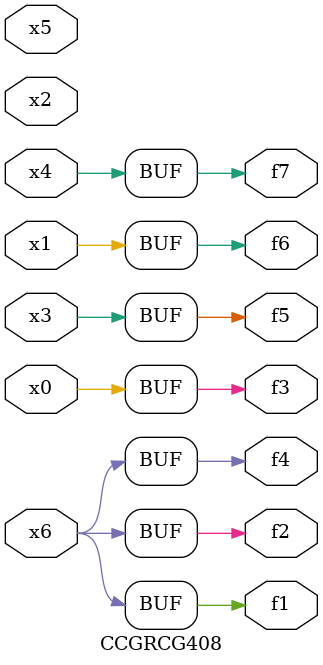
<source format=v>
module CCGRCG408(
	input x0, x1, x2, x3, x4, x5, x6,
	output f1, f2, f3, f4, f5, f6, f7
);
	assign f1 = x6;
	assign f2 = x6;
	assign f3 = x0;
	assign f4 = x6;
	assign f5 = x3;
	assign f6 = x1;
	assign f7 = x4;
endmodule

</source>
